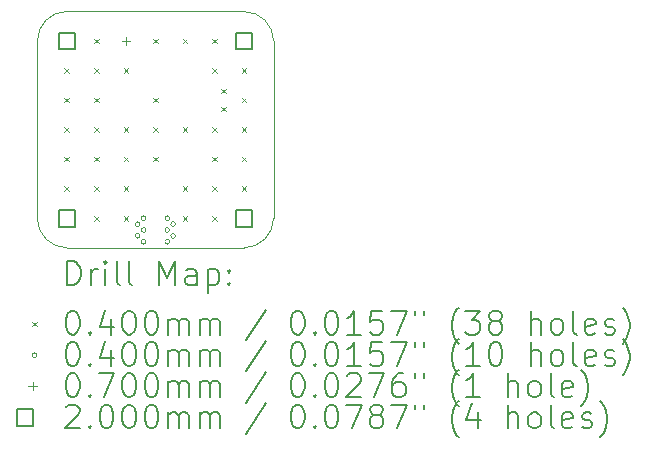
<source format=gbr>
%TF.GenerationSoftware,KiCad,Pcbnew,6.0.9+dfsg-1~bpo11+1*%
%TF.CreationDate,2022-11-28T20:30:39+01:00*%
%TF.ProjectId,018-crystal-oscillator,3031382d-6372-4797-9374-616c2d6f7363,1*%
%TF.SameCoordinates,Original*%
%TF.FileFunction,Drillmap*%
%TF.FilePolarity,Positive*%
%FSLAX45Y45*%
G04 Gerber Fmt 4.5, Leading zero omitted, Abs format (unit mm)*
G04 Created by KiCad (PCBNEW 6.0.9+dfsg-1~bpo11+1) date 2022-11-28 20:30:39*
%MOMM*%
%LPD*%
G01*
G04 APERTURE LIST*
%ADD10C,0.100000*%
%ADD11C,0.200000*%
%ADD12C,0.040000*%
%ADD13C,0.070000*%
G04 APERTURE END LIST*
D10*
X15250000Y-7500000D02*
G75*
G03*
X15000000Y-7750000I0J-250000D01*
G01*
X15250000Y-7500000D02*
X16750000Y-7500000D01*
X17000000Y-7750000D02*
G75*
G03*
X16750000Y-7500000I-250000J0D01*
G01*
X15000000Y-9250000D02*
X15000000Y-7750000D01*
X15000000Y-9250000D02*
G75*
G03*
X15250000Y-9500000I250000J0D01*
G01*
X17000000Y-7750000D02*
X17000000Y-9250000D01*
X16750000Y-9500000D02*
G75*
G03*
X17000000Y-9250000I0J250000D01*
G01*
X16750000Y-9500000D02*
X15250000Y-9500000D01*
D11*
D12*
X15230000Y-7980000D02*
X15270000Y-8020000D01*
X15270000Y-7980000D02*
X15230000Y-8020000D01*
X15230000Y-8230000D02*
X15270000Y-8270000D01*
X15270000Y-8230000D02*
X15230000Y-8270000D01*
X15230000Y-8480000D02*
X15270000Y-8520000D01*
X15270000Y-8480000D02*
X15230000Y-8520000D01*
X15230000Y-8730000D02*
X15270000Y-8770000D01*
X15270000Y-8730000D02*
X15230000Y-8770000D01*
X15230000Y-8980000D02*
X15270000Y-9020000D01*
X15270000Y-8980000D02*
X15230000Y-9020000D01*
X15480000Y-7730000D02*
X15520000Y-7770000D01*
X15520000Y-7730000D02*
X15480000Y-7770000D01*
X15480000Y-7980000D02*
X15520000Y-8020000D01*
X15520000Y-7980000D02*
X15480000Y-8020000D01*
X15480000Y-8230000D02*
X15520000Y-8270000D01*
X15520000Y-8230000D02*
X15480000Y-8270000D01*
X15480000Y-8480000D02*
X15520000Y-8520000D01*
X15520000Y-8480000D02*
X15480000Y-8520000D01*
X15480000Y-8730000D02*
X15520000Y-8770000D01*
X15520000Y-8730000D02*
X15480000Y-8770000D01*
X15480000Y-8980000D02*
X15520000Y-9020000D01*
X15520000Y-8980000D02*
X15480000Y-9020000D01*
X15480000Y-9230000D02*
X15520000Y-9270000D01*
X15520000Y-9230000D02*
X15480000Y-9270000D01*
X15730000Y-7980000D02*
X15770000Y-8020000D01*
X15770000Y-7980000D02*
X15730000Y-8020000D01*
X15730000Y-8480000D02*
X15770000Y-8520000D01*
X15770000Y-8480000D02*
X15730000Y-8520000D01*
X15730000Y-8730000D02*
X15770000Y-8770000D01*
X15770000Y-8730000D02*
X15730000Y-8770000D01*
X15730000Y-8980000D02*
X15770000Y-9020000D01*
X15770000Y-8980000D02*
X15730000Y-9020000D01*
X15730000Y-9230000D02*
X15770000Y-9270000D01*
X15770000Y-9230000D02*
X15730000Y-9270000D01*
X15980000Y-7730000D02*
X16020000Y-7770000D01*
X16020000Y-7730000D02*
X15980000Y-7770000D01*
X15980000Y-8230000D02*
X16020000Y-8270000D01*
X16020000Y-8230000D02*
X15980000Y-8270000D01*
X15980000Y-8480000D02*
X16020000Y-8520000D01*
X16020000Y-8480000D02*
X15980000Y-8520000D01*
X15980000Y-8730000D02*
X16020000Y-8770000D01*
X16020000Y-8730000D02*
X15980000Y-8770000D01*
X16230000Y-7730000D02*
X16270000Y-7770000D01*
X16270000Y-7730000D02*
X16230000Y-7770000D01*
X16230000Y-8480000D02*
X16270000Y-8520000D01*
X16270000Y-8480000D02*
X16230000Y-8520000D01*
X16230000Y-8980000D02*
X16270000Y-9020000D01*
X16270000Y-8980000D02*
X16230000Y-9020000D01*
X16230000Y-9230000D02*
X16270000Y-9270000D01*
X16270000Y-9230000D02*
X16230000Y-9270000D01*
X16480000Y-7730000D02*
X16520000Y-7770000D01*
X16520000Y-7730000D02*
X16480000Y-7770000D01*
X16480000Y-7980000D02*
X16520000Y-8020000D01*
X16520000Y-7980000D02*
X16480000Y-8020000D01*
X16480000Y-8480000D02*
X16520000Y-8520000D01*
X16520000Y-8480000D02*
X16480000Y-8520000D01*
X16480000Y-8730000D02*
X16520000Y-8770000D01*
X16520000Y-8730000D02*
X16480000Y-8770000D01*
X16480000Y-8980000D02*
X16520000Y-9020000D01*
X16520000Y-8980000D02*
X16480000Y-9020000D01*
X16480000Y-9230000D02*
X16520000Y-9270000D01*
X16520000Y-9230000D02*
X16480000Y-9270000D01*
X16558580Y-8153720D02*
X16598580Y-8193720D01*
X16598580Y-8153720D02*
X16558580Y-8193720D01*
X16558580Y-8306120D02*
X16598580Y-8346120D01*
X16598580Y-8306120D02*
X16558580Y-8346120D01*
X16730000Y-7980000D02*
X16770000Y-8020000D01*
X16770000Y-7980000D02*
X16730000Y-8020000D01*
X16730000Y-8230000D02*
X16770000Y-8270000D01*
X16770000Y-8230000D02*
X16730000Y-8270000D01*
X16730000Y-8480000D02*
X16770000Y-8520000D01*
X16770000Y-8480000D02*
X16730000Y-8520000D01*
X16730000Y-8730000D02*
X16770000Y-8770000D01*
X16770000Y-8730000D02*
X16730000Y-8770000D01*
X16730000Y-8980000D02*
X16770000Y-9020000D01*
X16770000Y-8980000D02*
X16730000Y-9020000D01*
X15870000Y-9300000D02*
G75*
G03*
X15870000Y-9300000I-20000J0D01*
G01*
X15870000Y-9400000D02*
G75*
G03*
X15870000Y-9400000I-20000J0D01*
G01*
X15920000Y-9250000D02*
G75*
G03*
X15920000Y-9250000I-20000J0D01*
G01*
X15920000Y-9350000D02*
G75*
G03*
X15920000Y-9350000I-20000J0D01*
G01*
X15920000Y-9450000D02*
G75*
G03*
X15920000Y-9450000I-20000J0D01*
G01*
X16120000Y-9250000D02*
G75*
G03*
X16120000Y-9250000I-20000J0D01*
G01*
X16120000Y-9350000D02*
G75*
G03*
X16120000Y-9350000I-20000J0D01*
G01*
X16120000Y-9450000D02*
G75*
G03*
X16120000Y-9450000I-20000J0D01*
G01*
X16170000Y-9300000D02*
G75*
G03*
X16170000Y-9300000I-20000J0D01*
G01*
X16170000Y-9400000D02*
G75*
G03*
X16170000Y-9400000I-20000J0D01*
G01*
D13*
X15750000Y-7715000D02*
X15750000Y-7785000D01*
X15715000Y-7750000D02*
X15785000Y-7750000D01*
D11*
X15320711Y-7820711D02*
X15320711Y-7679289D01*
X15179289Y-7679289D01*
X15179289Y-7820711D01*
X15320711Y-7820711D01*
X15320711Y-9320711D02*
X15320711Y-9179289D01*
X15179289Y-9179289D01*
X15179289Y-9320711D01*
X15320711Y-9320711D01*
X16820711Y-7820711D02*
X16820711Y-7679289D01*
X16679289Y-7679289D01*
X16679289Y-7820711D01*
X16820711Y-7820711D01*
X16820711Y-9320711D02*
X16820711Y-9179289D01*
X16679289Y-9179289D01*
X16679289Y-9320711D01*
X16820711Y-9320711D01*
X15252619Y-9815476D02*
X15252619Y-9615476D01*
X15300238Y-9615476D01*
X15328809Y-9625000D01*
X15347857Y-9644048D01*
X15357381Y-9663095D01*
X15366905Y-9701190D01*
X15366905Y-9729762D01*
X15357381Y-9767857D01*
X15347857Y-9786905D01*
X15328809Y-9805952D01*
X15300238Y-9815476D01*
X15252619Y-9815476D01*
X15452619Y-9815476D02*
X15452619Y-9682143D01*
X15452619Y-9720238D02*
X15462143Y-9701190D01*
X15471667Y-9691667D01*
X15490714Y-9682143D01*
X15509762Y-9682143D01*
X15576428Y-9815476D02*
X15576428Y-9682143D01*
X15576428Y-9615476D02*
X15566905Y-9625000D01*
X15576428Y-9634524D01*
X15585952Y-9625000D01*
X15576428Y-9615476D01*
X15576428Y-9634524D01*
X15700238Y-9815476D02*
X15681190Y-9805952D01*
X15671667Y-9786905D01*
X15671667Y-9615476D01*
X15805000Y-9815476D02*
X15785952Y-9805952D01*
X15776428Y-9786905D01*
X15776428Y-9615476D01*
X16033571Y-9815476D02*
X16033571Y-9615476D01*
X16100238Y-9758333D01*
X16166905Y-9615476D01*
X16166905Y-9815476D01*
X16347857Y-9815476D02*
X16347857Y-9710714D01*
X16338333Y-9691667D01*
X16319286Y-9682143D01*
X16281190Y-9682143D01*
X16262143Y-9691667D01*
X16347857Y-9805952D02*
X16328809Y-9815476D01*
X16281190Y-9815476D01*
X16262143Y-9805952D01*
X16252619Y-9786905D01*
X16252619Y-9767857D01*
X16262143Y-9748810D01*
X16281190Y-9739286D01*
X16328809Y-9739286D01*
X16347857Y-9729762D01*
X16443095Y-9682143D02*
X16443095Y-9882143D01*
X16443095Y-9691667D02*
X16462143Y-9682143D01*
X16500238Y-9682143D01*
X16519286Y-9691667D01*
X16528809Y-9701190D01*
X16538333Y-9720238D01*
X16538333Y-9777381D01*
X16528809Y-9796429D01*
X16519286Y-9805952D01*
X16500238Y-9815476D01*
X16462143Y-9815476D01*
X16443095Y-9805952D01*
X16624048Y-9796429D02*
X16633571Y-9805952D01*
X16624048Y-9815476D01*
X16614524Y-9805952D01*
X16624048Y-9796429D01*
X16624048Y-9815476D01*
X16624048Y-9691667D02*
X16633571Y-9701190D01*
X16624048Y-9710714D01*
X16614524Y-9701190D01*
X16624048Y-9691667D01*
X16624048Y-9710714D01*
D12*
X14955000Y-10125000D02*
X14995000Y-10165000D01*
X14995000Y-10125000D02*
X14955000Y-10165000D01*
D11*
X15290714Y-10035476D02*
X15309762Y-10035476D01*
X15328809Y-10045000D01*
X15338333Y-10054524D01*
X15347857Y-10073571D01*
X15357381Y-10111667D01*
X15357381Y-10159286D01*
X15347857Y-10197381D01*
X15338333Y-10216429D01*
X15328809Y-10225952D01*
X15309762Y-10235476D01*
X15290714Y-10235476D01*
X15271667Y-10225952D01*
X15262143Y-10216429D01*
X15252619Y-10197381D01*
X15243095Y-10159286D01*
X15243095Y-10111667D01*
X15252619Y-10073571D01*
X15262143Y-10054524D01*
X15271667Y-10045000D01*
X15290714Y-10035476D01*
X15443095Y-10216429D02*
X15452619Y-10225952D01*
X15443095Y-10235476D01*
X15433571Y-10225952D01*
X15443095Y-10216429D01*
X15443095Y-10235476D01*
X15624048Y-10102143D02*
X15624048Y-10235476D01*
X15576428Y-10025952D02*
X15528809Y-10168810D01*
X15652619Y-10168810D01*
X15766905Y-10035476D02*
X15785952Y-10035476D01*
X15805000Y-10045000D01*
X15814524Y-10054524D01*
X15824048Y-10073571D01*
X15833571Y-10111667D01*
X15833571Y-10159286D01*
X15824048Y-10197381D01*
X15814524Y-10216429D01*
X15805000Y-10225952D01*
X15785952Y-10235476D01*
X15766905Y-10235476D01*
X15747857Y-10225952D01*
X15738333Y-10216429D01*
X15728809Y-10197381D01*
X15719286Y-10159286D01*
X15719286Y-10111667D01*
X15728809Y-10073571D01*
X15738333Y-10054524D01*
X15747857Y-10045000D01*
X15766905Y-10035476D01*
X15957381Y-10035476D02*
X15976428Y-10035476D01*
X15995476Y-10045000D01*
X16005000Y-10054524D01*
X16014524Y-10073571D01*
X16024048Y-10111667D01*
X16024048Y-10159286D01*
X16014524Y-10197381D01*
X16005000Y-10216429D01*
X15995476Y-10225952D01*
X15976428Y-10235476D01*
X15957381Y-10235476D01*
X15938333Y-10225952D01*
X15928809Y-10216429D01*
X15919286Y-10197381D01*
X15909762Y-10159286D01*
X15909762Y-10111667D01*
X15919286Y-10073571D01*
X15928809Y-10054524D01*
X15938333Y-10045000D01*
X15957381Y-10035476D01*
X16109762Y-10235476D02*
X16109762Y-10102143D01*
X16109762Y-10121190D02*
X16119286Y-10111667D01*
X16138333Y-10102143D01*
X16166905Y-10102143D01*
X16185952Y-10111667D01*
X16195476Y-10130714D01*
X16195476Y-10235476D01*
X16195476Y-10130714D02*
X16205000Y-10111667D01*
X16224048Y-10102143D01*
X16252619Y-10102143D01*
X16271667Y-10111667D01*
X16281190Y-10130714D01*
X16281190Y-10235476D01*
X16376428Y-10235476D02*
X16376428Y-10102143D01*
X16376428Y-10121190D02*
X16385952Y-10111667D01*
X16405000Y-10102143D01*
X16433571Y-10102143D01*
X16452619Y-10111667D01*
X16462143Y-10130714D01*
X16462143Y-10235476D01*
X16462143Y-10130714D02*
X16471667Y-10111667D01*
X16490714Y-10102143D01*
X16519286Y-10102143D01*
X16538333Y-10111667D01*
X16547857Y-10130714D01*
X16547857Y-10235476D01*
X16938333Y-10025952D02*
X16766905Y-10283095D01*
X17195476Y-10035476D02*
X17214524Y-10035476D01*
X17233571Y-10045000D01*
X17243095Y-10054524D01*
X17252619Y-10073571D01*
X17262143Y-10111667D01*
X17262143Y-10159286D01*
X17252619Y-10197381D01*
X17243095Y-10216429D01*
X17233571Y-10225952D01*
X17214524Y-10235476D01*
X17195476Y-10235476D01*
X17176429Y-10225952D01*
X17166905Y-10216429D01*
X17157381Y-10197381D01*
X17147857Y-10159286D01*
X17147857Y-10111667D01*
X17157381Y-10073571D01*
X17166905Y-10054524D01*
X17176429Y-10045000D01*
X17195476Y-10035476D01*
X17347857Y-10216429D02*
X17357381Y-10225952D01*
X17347857Y-10235476D01*
X17338333Y-10225952D01*
X17347857Y-10216429D01*
X17347857Y-10235476D01*
X17481190Y-10035476D02*
X17500238Y-10035476D01*
X17519286Y-10045000D01*
X17528810Y-10054524D01*
X17538333Y-10073571D01*
X17547857Y-10111667D01*
X17547857Y-10159286D01*
X17538333Y-10197381D01*
X17528810Y-10216429D01*
X17519286Y-10225952D01*
X17500238Y-10235476D01*
X17481190Y-10235476D01*
X17462143Y-10225952D01*
X17452619Y-10216429D01*
X17443095Y-10197381D01*
X17433571Y-10159286D01*
X17433571Y-10111667D01*
X17443095Y-10073571D01*
X17452619Y-10054524D01*
X17462143Y-10045000D01*
X17481190Y-10035476D01*
X17738333Y-10235476D02*
X17624048Y-10235476D01*
X17681190Y-10235476D02*
X17681190Y-10035476D01*
X17662143Y-10064048D01*
X17643095Y-10083095D01*
X17624048Y-10092619D01*
X17919286Y-10035476D02*
X17824048Y-10035476D01*
X17814524Y-10130714D01*
X17824048Y-10121190D01*
X17843095Y-10111667D01*
X17890714Y-10111667D01*
X17909762Y-10121190D01*
X17919286Y-10130714D01*
X17928810Y-10149762D01*
X17928810Y-10197381D01*
X17919286Y-10216429D01*
X17909762Y-10225952D01*
X17890714Y-10235476D01*
X17843095Y-10235476D01*
X17824048Y-10225952D01*
X17814524Y-10216429D01*
X17995476Y-10035476D02*
X18128810Y-10035476D01*
X18043095Y-10235476D01*
X18195476Y-10035476D02*
X18195476Y-10073571D01*
X18271667Y-10035476D02*
X18271667Y-10073571D01*
X18566905Y-10311667D02*
X18557381Y-10302143D01*
X18538333Y-10273571D01*
X18528810Y-10254524D01*
X18519286Y-10225952D01*
X18509762Y-10178333D01*
X18509762Y-10140238D01*
X18519286Y-10092619D01*
X18528810Y-10064048D01*
X18538333Y-10045000D01*
X18557381Y-10016429D01*
X18566905Y-10006905D01*
X18624048Y-10035476D02*
X18747857Y-10035476D01*
X18681190Y-10111667D01*
X18709762Y-10111667D01*
X18728810Y-10121190D01*
X18738333Y-10130714D01*
X18747857Y-10149762D01*
X18747857Y-10197381D01*
X18738333Y-10216429D01*
X18728810Y-10225952D01*
X18709762Y-10235476D01*
X18652619Y-10235476D01*
X18633571Y-10225952D01*
X18624048Y-10216429D01*
X18862143Y-10121190D02*
X18843095Y-10111667D01*
X18833571Y-10102143D01*
X18824048Y-10083095D01*
X18824048Y-10073571D01*
X18833571Y-10054524D01*
X18843095Y-10045000D01*
X18862143Y-10035476D01*
X18900238Y-10035476D01*
X18919286Y-10045000D01*
X18928810Y-10054524D01*
X18938333Y-10073571D01*
X18938333Y-10083095D01*
X18928810Y-10102143D01*
X18919286Y-10111667D01*
X18900238Y-10121190D01*
X18862143Y-10121190D01*
X18843095Y-10130714D01*
X18833571Y-10140238D01*
X18824048Y-10159286D01*
X18824048Y-10197381D01*
X18833571Y-10216429D01*
X18843095Y-10225952D01*
X18862143Y-10235476D01*
X18900238Y-10235476D01*
X18919286Y-10225952D01*
X18928810Y-10216429D01*
X18938333Y-10197381D01*
X18938333Y-10159286D01*
X18928810Y-10140238D01*
X18919286Y-10130714D01*
X18900238Y-10121190D01*
X19176429Y-10235476D02*
X19176429Y-10035476D01*
X19262143Y-10235476D02*
X19262143Y-10130714D01*
X19252619Y-10111667D01*
X19233571Y-10102143D01*
X19205000Y-10102143D01*
X19185952Y-10111667D01*
X19176429Y-10121190D01*
X19385952Y-10235476D02*
X19366905Y-10225952D01*
X19357381Y-10216429D01*
X19347857Y-10197381D01*
X19347857Y-10140238D01*
X19357381Y-10121190D01*
X19366905Y-10111667D01*
X19385952Y-10102143D01*
X19414524Y-10102143D01*
X19433571Y-10111667D01*
X19443095Y-10121190D01*
X19452619Y-10140238D01*
X19452619Y-10197381D01*
X19443095Y-10216429D01*
X19433571Y-10225952D01*
X19414524Y-10235476D01*
X19385952Y-10235476D01*
X19566905Y-10235476D02*
X19547857Y-10225952D01*
X19538333Y-10206905D01*
X19538333Y-10035476D01*
X19719286Y-10225952D02*
X19700238Y-10235476D01*
X19662143Y-10235476D01*
X19643095Y-10225952D01*
X19633571Y-10206905D01*
X19633571Y-10130714D01*
X19643095Y-10111667D01*
X19662143Y-10102143D01*
X19700238Y-10102143D01*
X19719286Y-10111667D01*
X19728810Y-10130714D01*
X19728810Y-10149762D01*
X19633571Y-10168810D01*
X19805000Y-10225952D02*
X19824048Y-10235476D01*
X19862143Y-10235476D01*
X19881190Y-10225952D01*
X19890714Y-10206905D01*
X19890714Y-10197381D01*
X19881190Y-10178333D01*
X19862143Y-10168810D01*
X19833571Y-10168810D01*
X19814524Y-10159286D01*
X19805000Y-10140238D01*
X19805000Y-10130714D01*
X19814524Y-10111667D01*
X19833571Y-10102143D01*
X19862143Y-10102143D01*
X19881190Y-10111667D01*
X19957381Y-10311667D02*
X19966905Y-10302143D01*
X19985952Y-10273571D01*
X19995476Y-10254524D01*
X20005000Y-10225952D01*
X20014524Y-10178333D01*
X20014524Y-10140238D01*
X20005000Y-10092619D01*
X19995476Y-10064048D01*
X19985952Y-10045000D01*
X19966905Y-10016429D01*
X19957381Y-10006905D01*
D12*
X14995000Y-10409000D02*
G75*
G03*
X14995000Y-10409000I-20000J0D01*
G01*
D11*
X15290714Y-10299476D02*
X15309762Y-10299476D01*
X15328809Y-10309000D01*
X15338333Y-10318524D01*
X15347857Y-10337571D01*
X15357381Y-10375667D01*
X15357381Y-10423286D01*
X15347857Y-10461381D01*
X15338333Y-10480429D01*
X15328809Y-10489952D01*
X15309762Y-10499476D01*
X15290714Y-10499476D01*
X15271667Y-10489952D01*
X15262143Y-10480429D01*
X15252619Y-10461381D01*
X15243095Y-10423286D01*
X15243095Y-10375667D01*
X15252619Y-10337571D01*
X15262143Y-10318524D01*
X15271667Y-10309000D01*
X15290714Y-10299476D01*
X15443095Y-10480429D02*
X15452619Y-10489952D01*
X15443095Y-10499476D01*
X15433571Y-10489952D01*
X15443095Y-10480429D01*
X15443095Y-10499476D01*
X15624048Y-10366143D02*
X15624048Y-10499476D01*
X15576428Y-10289952D02*
X15528809Y-10432810D01*
X15652619Y-10432810D01*
X15766905Y-10299476D02*
X15785952Y-10299476D01*
X15805000Y-10309000D01*
X15814524Y-10318524D01*
X15824048Y-10337571D01*
X15833571Y-10375667D01*
X15833571Y-10423286D01*
X15824048Y-10461381D01*
X15814524Y-10480429D01*
X15805000Y-10489952D01*
X15785952Y-10499476D01*
X15766905Y-10499476D01*
X15747857Y-10489952D01*
X15738333Y-10480429D01*
X15728809Y-10461381D01*
X15719286Y-10423286D01*
X15719286Y-10375667D01*
X15728809Y-10337571D01*
X15738333Y-10318524D01*
X15747857Y-10309000D01*
X15766905Y-10299476D01*
X15957381Y-10299476D02*
X15976428Y-10299476D01*
X15995476Y-10309000D01*
X16005000Y-10318524D01*
X16014524Y-10337571D01*
X16024048Y-10375667D01*
X16024048Y-10423286D01*
X16014524Y-10461381D01*
X16005000Y-10480429D01*
X15995476Y-10489952D01*
X15976428Y-10499476D01*
X15957381Y-10499476D01*
X15938333Y-10489952D01*
X15928809Y-10480429D01*
X15919286Y-10461381D01*
X15909762Y-10423286D01*
X15909762Y-10375667D01*
X15919286Y-10337571D01*
X15928809Y-10318524D01*
X15938333Y-10309000D01*
X15957381Y-10299476D01*
X16109762Y-10499476D02*
X16109762Y-10366143D01*
X16109762Y-10385190D02*
X16119286Y-10375667D01*
X16138333Y-10366143D01*
X16166905Y-10366143D01*
X16185952Y-10375667D01*
X16195476Y-10394714D01*
X16195476Y-10499476D01*
X16195476Y-10394714D02*
X16205000Y-10375667D01*
X16224048Y-10366143D01*
X16252619Y-10366143D01*
X16271667Y-10375667D01*
X16281190Y-10394714D01*
X16281190Y-10499476D01*
X16376428Y-10499476D02*
X16376428Y-10366143D01*
X16376428Y-10385190D02*
X16385952Y-10375667D01*
X16405000Y-10366143D01*
X16433571Y-10366143D01*
X16452619Y-10375667D01*
X16462143Y-10394714D01*
X16462143Y-10499476D01*
X16462143Y-10394714D02*
X16471667Y-10375667D01*
X16490714Y-10366143D01*
X16519286Y-10366143D01*
X16538333Y-10375667D01*
X16547857Y-10394714D01*
X16547857Y-10499476D01*
X16938333Y-10289952D02*
X16766905Y-10547095D01*
X17195476Y-10299476D02*
X17214524Y-10299476D01*
X17233571Y-10309000D01*
X17243095Y-10318524D01*
X17252619Y-10337571D01*
X17262143Y-10375667D01*
X17262143Y-10423286D01*
X17252619Y-10461381D01*
X17243095Y-10480429D01*
X17233571Y-10489952D01*
X17214524Y-10499476D01*
X17195476Y-10499476D01*
X17176429Y-10489952D01*
X17166905Y-10480429D01*
X17157381Y-10461381D01*
X17147857Y-10423286D01*
X17147857Y-10375667D01*
X17157381Y-10337571D01*
X17166905Y-10318524D01*
X17176429Y-10309000D01*
X17195476Y-10299476D01*
X17347857Y-10480429D02*
X17357381Y-10489952D01*
X17347857Y-10499476D01*
X17338333Y-10489952D01*
X17347857Y-10480429D01*
X17347857Y-10499476D01*
X17481190Y-10299476D02*
X17500238Y-10299476D01*
X17519286Y-10309000D01*
X17528810Y-10318524D01*
X17538333Y-10337571D01*
X17547857Y-10375667D01*
X17547857Y-10423286D01*
X17538333Y-10461381D01*
X17528810Y-10480429D01*
X17519286Y-10489952D01*
X17500238Y-10499476D01*
X17481190Y-10499476D01*
X17462143Y-10489952D01*
X17452619Y-10480429D01*
X17443095Y-10461381D01*
X17433571Y-10423286D01*
X17433571Y-10375667D01*
X17443095Y-10337571D01*
X17452619Y-10318524D01*
X17462143Y-10309000D01*
X17481190Y-10299476D01*
X17738333Y-10499476D02*
X17624048Y-10499476D01*
X17681190Y-10499476D02*
X17681190Y-10299476D01*
X17662143Y-10328048D01*
X17643095Y-10347095D01*
X17624048Y-10356619D01*
X17919286Y-10299476D02*
X17824048Y-10299476D01*
X17814524Y-10394714D01*
X17824048Y-10385190D01*
X17843095Y-10375667D01*
X17890714Y-10375667D01*
X17909762Y-10385190D01*
X17919286Y-10394714D01*
X17928810Y-10413762D01*
X17928810Y-10461381D01*
X17919286Y-10480429D01*
X17909762Y-10489952D01*
X17890714Y-10499476D01*
X17843095Y-10499476D01*
X17824048Y-10489952D01*
X17814524Y-10480429D01*
X17995476Y-10299476D02*
X18128810Y-10299476D01*
X18043095Y-10499476D01*
X18195476Y-10299476D02*
X18195476Y-10337571D01*
X18271667Y-10299476D02*
X18271667Y-10337571D01*
X18566905Y-10575667D02*
X18557381Y-10566143D01*
X18538333Y-10537571D01*
X18528810Y-10518524D01*
X18519286Y-10489952D01*
X18509762Y-10442333D01*
X18509762Y-10404238D01*
X18519286Y-10356619D01*
X18528810Y-10328048D01*
X18538333Y-10309000D01*
X18557381Y-10280429D01*
X18566905Y-10270905D01*
X18747857Y-10499476D02*
X18633571Y-10499476D01*
X18690714Y-10499476D02*
X18690714Y-10299476D01*
X18671667Y-10328048D01*
X18652619Y-10347095D01*
X18633571Y-10356619D01*
X18871667Y-10299476D02*
X18890714Y-10299476D01*
X18909762Y-10309000D01*
X18919286Y-10318524D01*
X18928810Y-10337571D01*
X18938333Y-10375667D01*
X18938333Y-10423286D01*
X18928810Y-10461381D01*
X18919286Y-10480429D01*
X18909762Y-10489952D01*
X18890714Y-10499476D01*
X18871667Y-10499476D01*
X18852619Y-10489952D01*
X18843095Y-10480429D01*
X18833571Y-10461381D01*
X18824048Y-10423286D01*
X18824048Y-10375667D01*
X18833571Y-10337571D01*
X18843095Y-10318524D01*
X18852619Y-10309000D01*
X18871667Y-10299476D01*
X19176429Y-10499476D02*
X19176429Y-10299476D01*
X19262143Y-10499476D02*
X19262143Y-10394714D01*
X19252619Y-10375667D01*
X19233571Y-10366143D01*
X19205000Y-10366143D01*
X19185952Y-10375667D01*
X19176429Y-10385190D01*
X19385952Y-10499476D02*
X19366905Y-10489952D01*
X19357381Y-10480429D01*
X19347857Y-10461381D01*
X19347857Y-10404238D01*
X19357381Y-10385190D01*
X19366905Y-10375667D01*
X19385952Y-10366143D01*
X19414524Y-10366143D01*
X19433571Y-10375667D01*
X19443095Y-10385190D01*
X19452619Y-10404238D01*
X19452619Y-10461381D01*
X19443095Y-10480429D01*
X19433571Y-10489952D01*
X19414524Y-10499476D01*
X19385952Y-10499476D01*
X19566905Y-10499476D02*
X19547857Y-10489952D01*
X19538333Y-10470905D01*
X19538333Y-10299476D01*
X19719286Y-10489952D02*
X19700238Y-10499476D01*
X19662143Y-10499476D01*
X19643095Y-10489952D01*
X19633571Y-10470905D01*
X19633571Y-10394714D01*
X19643095Y-10375667D01*
X19662143Y-10366143D01*
X19700238Y-10366143D01*
X19719286Y-10375667D01*
X19728810Y-10394714D01*
X19728810Y-10413762D01*
X19633571Y-10432810D01*
X19805000Y-10489952D02*
X19824048Y-10499476D01*
X19862143Y-10499476D01*
X19881190Y-10489952D01*
X19890714Y-10470905D01*
X19890714Y-10461381D01*
X19881190Y-10442333D01*
X19862143Y-10432810D01*
X19833571Y-10432810D01*
X19814524Y-10423286D01*
X19805000Y-10404238D01*
X19805000Y-10394714D01*
X19814524Y-10375667D01*
X19833571Y-10366143D01*
X19862143Y-10366143D01*
X19881190Y-10375667D01*
X19957381Y-10575667D02*
X19966905Y-10566143D01*
X19985952Y-10537571D01*
X19995476Y-10518524D01*
X20005000Y-10489952D01*
X20014524Y-10442333D01*
X20014524Y-10404238D01*
X20005000Y-10356619D01*
X19995476Y-10328048D01*
X19985952Y-10309000D01*
X19966905Y-10280429D01*
X19957381Y-10270905D01*
D13*
X14960000Y-10638000D02*
X14960000Y-10708000D01*
X14925000Y-10673000D02*
X14995000Y-10673000D01*
D11*
X15290714Y-10563476D02*
X15309762Y-10563476D01*
X15328809Y-10573000D01*
X15338333Y-10582524D01*
X15347857Y-10601571D01*
X15357381Y-10639667D01*
X15357381Y-10687286D01*
X15347857Y-10725381D01*
X15338333Y-10744429D01*
X15328809Y-10753952D01*
X15309762Y-10763476D01*
X15290714Y-10763476D01*
X15271667Y-10753952D01*
X15262143Y-10744429D01*
X15252619Y-10725381D01*
X15243095Y-10687286D01*
X15243095Y-10639667D01*
X15252619Y-10601571D01*
X15262143Y-10582524D01*
X15271667Y-10573000D01*
X15290714Y-10563476D01*
X15443095Y-10744429D02*
X15452619Y-10753952D01*
X15443095Y-10763476D01*
X15433571Y-10753952D01*
X15443095Y-10744429D01*
X15443095Y-10763476D01*
X15519286Y-10563476D02*
X15652619Y-10563476D01*
X15566905Y-10763476D01*
X15766905Y-10563476D02*
X15785952Y-10563476D01*
X15805000Y-10573000D01*
X15814524Y-10582524D01*
X15824048Y-10601571D01*
X15833571Y-10639667D01*
X15833571Y-10687286D01*
X15824048Y-10725381D01*
X15814524Y-10744429D01*
X15805000Y-10753952D01*
X15785952Y-10763476D01*
X15766905Y-10763476D01*
X15747857Y-10753952D01*
X15738333Y-10744429D01*
X15728809Y-10725381D01*
X15719286Y-10687286D01*
X15719286Y-10639667D01*
X15728809Y-10601571D01*
X15738333Y-10582524D01*
X15747857Y-10573000D01*
X15766905Y-10563476D01*
X15957381Y-10563476D02*
X15976428Y-10563476D01*
X15995476Y-10573000D01*
X16005000Y-10582524D01*
X16014524Y-10601571D01*
X16024048Y-10639667D01*
X16024048Y-10687286D01*
X16014524Y-10725381D01*
X16005000Y-10744429D01*
X15995476Y-10753952D01*
X15976428Y-10763476D01*
X15957381Y-10763476D01*
X15938333Y-10753952D01*
X15928809Y-10744429D01*
X15919286Y-10725381D01*
X15909762Y-10687286D01*
X15909762Y-10639667D01*
X15919286Y-10601571D01*
X15928809Y-10582524D01*
X15938333Y-10573000D01*
X15957381Y-10563476D01*
X16109762Y-10763476D02*
X16109762Y-10630143D01*
X16109762Y-10649190D02*
X16119286Y-10639667D01*
X16138333Y-10630143D01*
X16166905Y-10630143D01*
X16185952Y-10639667D01*
X16195476Y-10658714D01*
X16195476Y-10763476D01*
X16195476Y-10658714D02*
X16205000Y-10639667D01*
X16224048Y-10630143D01*
X16252619Y-10630143D01*
X16271667Y-10639667D01*
X16281190Y-10658714D01*
X16281190Y-10763476D01*
X16376428Y-10763476D02*
X16376428Y-10630143D01*
X16376428Y-10649190D02*
X16385952Y-10639667D01*
X16405000Y-10630143D01*
X16433571Y-10630143D01*
X16452619Y-10639667D01*
X16462143Y-10658714D01*
X16462143Y-10763476D01*
X16462143Y-10658714D02*
X16471667Y-10639667D01*
X16490714Y-10630143D01*
X16519286Y-10630143D01*
X16538333Y-10639667D01*
X16547857Y-10658714D01*
X16547857Y-10763476D01*
X16938333Y-10553952D02*
X16766905Y-10811095D01*
X17195476Y-10563476D02*
X17214524Y-10563476D01*
X17233571Y-10573000D01*
X17243095Y-10582524D01*
X17252619Y-10601571D01*
X17262143Y-10639667D01*
X17262143Y-10687286D01*
X17252619Y-10725381D01*
X17243095Y-10744429D01*
X17233571Y-10753952D01*
X17214524Y-10763476D01*
X17195476Y-10763476D01*
X17176429Y-10753952D01*
X17166905Y-10744429D01*
X17157381Y-10725381D01*
X17147857Y-10687286D01*
X17147857Y-10639667D01*
X17157381Y-10601571D01*
X17166905Y-10582524D01*
X17176429Y-10573000D01*
X17195476Y-10563476D01*
X17347857Y-10744429D02*
X17357381Y-10753952D01*
X17347857Y-10763476D01*
X17338333Y-10753952D01*
X17347857Y-10744429D01*
X17347857Y-10763476D01*
X17481190Y-10563476D02*
X17500238Y-10563476D01*
X17519286Y-10573000D01*
X17528810Y-10582524D01*
X17538333Y-10601571D01*
X17547857Y-10639667D01*
X17547857Y-10687286D01*
X17538333Y-10725381D01*
X17528810Y-10744429D01*
X17519286Y-10753952D01*
X17500238Y-10763476D01*
X17481190Y-10763476D01*
X17462143Y-10753952D01*
X17452619Y-10744429D01*
X17443095Y-10725381D01*
X17433571Y-10687286D01*
X17433571Y-10639667D01*
X17443095Y-10601571D01*
X17452619Y-10582524D01*
X17462143Y-10573000D01*
X17481190Y-10563476D01*
X17624048Y-10582524D02*
X17633571Y-10573000D01*
X17652619Y-10563476D01*
X17700238Y-10563476D01*
X17719286Y-10573000D01*
X17728810Y-10582524D01*
X17738333Y-10601571D01*
X17738333Y-10620619D01*
X17728810Y-10649190D01*
X17614524Y-10763476D01*
X17738333Y-10763476D01*
X17805000Y-10563476D02*
X17938333Y-10563476D01*
X17852619Y-10763476D01*
X18100238Y-10563476D02*
X18062143Y-10563476D01*
X18043095Y-10573000D01*
X18033571Y-10582524D01*
X18014524Y-10611095D01*
X18005000Y-10649190D01*
X18005000Y-10725381D01*
X18014524Y-10744429D01*
X18024048Y-10753952D01*
X18043095Y-10763476D01*
X18081190Y-10763476D01*
X18100238Y-10753952D01*
X18109762Y-10744429D01*
X18119286Y-10725381D01*
X18119286Y-10677762D01*
X18109762Y-10658714D01*
X18100238Y-10649190D01*
X18081190Y-10639667D01*
X18043095Y-10639667D01*
X18024048Y-10649190D01*
X18014524Y-10658714D01*
X18005000Y-10677762D01*
X18195476Y-10563476D02*
X18195476Y-10601571D01*
X18271667Y-10563476D02*
X18271667Y-10601571D01*
X18566905Y-10839667D02*
X18557381Y-10830143D01*
X18538333Y-10801571D01*
X18528810Y-10782524D01*
X18519286Y-10753952D01*
X18509762Y-10706333D01*
X18509762Y-10668238D01*
X18519286Y-10620619D01*
X18528810Y-10592048D01*
X18538333Y-10573000D01*
X18557381Y-10544429D01*
X18566905Y-10534905D01*
X18747857Y-10763476D02*
X18633571Y-10763476D01*
X18690714Y-10763476D02*
X18690714Y-10563476D01*
X18671667Y-10592048D01*
X18652619Y-10611095D01*
X18633571Y-10620619D01*
X18985952Y-10763476D02*
X18985952Y-10563476D01*
X19071667Y-10763476D02*
X19071667Y-10658714D01*
X19062143Y-10639667D01*
X19043095Y-10630143D01*
X19014524Y-10630143D01*
X18995476Y-10639667D01*
X18985952Y-10649190D01*
X19195476Y-10763476D02*
X19176429Y-10753952D01*
X19166905Y-10744429D01*
X19157381Y-10725381D01*
X19157381Y-10668238D01*
X19166905Y-10649190D01*
X19176429Y-10639667D01*
X19195476Y-10630143D01*
X19224048Y-10630143D01*
X19243095Y-10639667D01*
X19252619Y-10649190D01*
X19262143Y-10668238D01*
X19262143Y-10725381D01*
X19252619Y-10744429D01*
X19243095Y-10753952D01*
X19224048Y-10763476D01*
X19195476Y-10763476D01*
X19376429Y-10763476D02*
X19357381Y-10753952D01*
X19347857Y-10734905D01*
X19347857Y-10563476D01*
X19528810Y-10753952D02*
X19509762Y-10763476D01*
X19471667Y-10763476D01*
X19452619Y-10753952D01*
X19443095Y-10734905D01*
X19443095Y-10658714D01*
X19452619Y-10639667D01*
X19471667Y-10630143D01*
X19509762Y-10630143D01*
X19528810Y-10639667D01*
X19538333Y-10658714D01*
X19538333Y-10677762D01*
X19443095Y-10696810D01*
X19605000Y-10839667D02*
X19614524Y-10830143D01*
X19633571Y-10801571D01*
X19643095Y-10782524D01*
X19652619Y-10753952D01*
X19662143Y-10706333D01*
X19662143Y-10668238D01*
X19652619Y-10620619D01*
X19643095Y-10592048D01*
X19633571Y-10573000D01*
X19614524Y-10544429D01*
X19605000Y-10534905D01*
X14965711Y-11007711D02*
X14965711Y-10866289D01*
X14824289Y-10866289D01*
X14824289Y-11007711D01*
X14965711Y-11007711D01*
X15243095Y-10846524D02*
X15252619Y-10837000D01*
X15271667Y-10827476D01*
X15319286Y-10827476D01*
X15338333Y-10837000D01*
X15347857Y-10846524D01*
X15357381Y-10865571D01*
X15357381Y-10884619D01*
X15347857Y-10913190D01*
X15233571Y-11027476D01*
X15357381Y-11027476D01*
X15443095Y-11008429D02*
X15452619Y-11017952D01*
X15443095Y-11027476D01*
X15433571Y-11017952D01*
X15443095Y-11008429D01*
X15443095Y-11027476D01*
X15576428Y-10827476D02*
X15595476Y-10827476D01*
X15614524Y-10837000D01*
X15624048Y-10846524D01*
X15633571Y-10865571D01*
X15643095Y-10903667D01*
X15643095Y-10951286D01*
X15633571Y-10989381D01*
X15624048Y-11008429D01*
X15614524Y-11017952D01*
X15595476Y-11027476D01*
X15576428Y-11027476D01*
X15557381Y-11017952D01*
X15547857Y-11008429D01*
X15538333Y-10989381D01*
X15528809Y-10951286D01*
X15528809Y-10903667D01*
X15538333Y-10865571D01*
X15547857Y-10846524D01*
X15557381Y-10837000D01*
X15576428Y-10827476D01*
X15766905Y-10827476D02*
X15785952Y-10827476D01*
X15805000Y-10837000D01*
X15814524Y-10846524D01*
X15824048Y-10865571D01*
X15833571Y-10903667D01*
X15833571Y-10951286D01*
X15824048Y-10989381D01*
X15814524Y-11008429D01*
X15805000Y-11017952D01*
X15785952Y-11027476D01*
X15766905Y-11027476D01*
X15747857Y-11017952D01*
X15738333Y-11008429D01*
X15728809Y-10989381D01*
X15719286Y-10951286D01*
X15719286Y-10903667D01*
X15728809Y-10865571D01*
X15738333Y-10846524D01*
X15747857Y-10837000D01*
X15766905Y-10827476D01*
X15957381Y-10827476D02*
X15976428Y-10827476D01*
X15995476Y-10837000D01*
X16005000Y-10846524D01*
X16014524Y-10865571D01*
X16024048Y-10903667D01*
X16024048Y-10951286D01*
X16014524Y-10989381D01*
X16005000Y-11008429D01*
X15995476Y-11017952D01*
X15976428Y-11027476D01*
X15957381Y-11027476D01*
X15938333Y-11017952D01*
X15928809Y-11008429D01*
X15919286Y-10989381D01*
X15909762Y-10951286D01*
X15909762Y-10903667D01*
X15919286Y-10865571D01*
X15928809Y-10846524D01*
X15938333Y-10837000D01*
X15957381Y-10827476D01*
X16109762Y-11027476D02*
X16109762Y-10894143D01*
X16109762Y-10913190D02*
X16119286Y-10903667D01*
X16138333Y-10894143D01*
X16166905Y-10894143D01*
X16185952Y-10903667D01*
X16195476Y-10922714D01*
X16195476Y-11027476D01*
X16195476Y-10922714D02*
X16205000Y-10903667D01*
X16224048Y-10894143D01*
X16252619Y-10894143D01*
X16271667Y-10903667D01*
X16281190Y-10922714D01*
X16281190Y-11027476D01*
X16376428Y-11027476D02*
X16376428Y-10894143D01*
X16376428Y-10913190D02*
X16385952Y-10903667D01*
X16405000Y-10894143D01*
X16433571Y-10894143D01*
X16452619Y-10903667D01*
X16462143Y-10922714D01*
X16462143Y-11027476D01*
X16462143Y-10922714D02*
X16471667Y-10903667D01*
X16490714Y-10894143D01*
X16519286Y-10894143D01*
X16538333Y-10903667D01*
X16547857Y-10922714D01*
X16547857Y-11027476D01*
X16938333Y-10817952D02*
X16766905Y-11075095D01*
X17195476Y-10827476D02*
X17214524Y-10827476D01*
X17233571Y-10837000D01*
X17243095Y-10846524D01*
X17252619Y-10865571D01*
X17262143Y-10903667D01*
X17262143Y-10951286D01*
X17252619Y-10989381D01*
X17243095Y-11008429D01*
X17233571Y-11017952D01*
X17214524Y-11027476D01*
X17195476Y-11027476D01*
X17176429Y-11017952D01*
X17166905Y-11008429D01*
X17157381Y-10989381D01*
X17147857Y-10951286D01*
X17147857Y-10903667D01*
X17157381Y-10865571D01*
X17166905Y-10846524D01*
X17176429Y-10837000D01*
X17195476Y-10827476D01*
X17347857Y-11008429D02*
X17357381Y-11017952D01*
X17347857Y-11027476D01*
X17338333Y-11017952D01*
X17347857Y-11008429D01*
X17347857Y-11027476D01*
X17481190Y-10827476D02*
X17500238Y-10827476D01*
X17519286Y-10837000D01*
X17528810Y-10846524D01*
X17538333Y-10865571D01*
X17547857Y-10903667D01*
X17547857Y-10951286D01*
X17538333Y-10989381D01*
X17528810Y-11008429D01*
X17519286Y-11017952D01*
X17500238Y-11027476D01*
X17481190Y-11027476D01*
X17462143Y-11017952D01*
X17452619Y-11008429D01*
X17443095Y-10989381D01*
X17433571Y-10951286D01*
X17433571Y-10903667D01*
X17443095Y-10865571D01*
X17452619Y-10846524D01*
X17462143Y-10837000D01*
X17481190Y-10827476D01*
X17614524Y-10827476D02*
X17747857Y-10827476D01*
X17662143Y-11027476D01*
X17852619Y-10913190D02*
X17833571Y-10903667D01*
X17824048Y-10894143D01*
X17814524Y-10875095D01*
X17814524Y-10865571D01*
X17824048Y-10846524D01*
X17833571Y-10837000D01*
X17852619Y-10827476D01*
X17890714Y-10827476D01*
X17909762Y-10837000D01*
X17919286Y-10846524D01*
X17928810Y-10865571D01*
X17928810Y-10875095D01*
X17919286Y-10894143D01*
X17909762Y-10903667D01*
X17890714Y-10913190D01*
X17852619Y-10913190D01*
X17833571Y-10922714D01*
X17824048Y-10932238D01*
X17814524Y-10951286D01*
X17814524Y-10989381D01*
X17824048Y-11008429D01*
X17833571Y-11017952D01*
X17852619Y-11027476D01*
X17890714Y-11027476D01*
X17909762Y-11017952D01*
X17919286Y-11008429D01*
X17928810Y-10989381D01*
X17928810Y-10951286D01*
X17919286Y-10932238D01*
X17909762Y-10922714D01*
X17890714Y-10913190D01*
X17995476Y-10827476D02*
X18128810Y-10827476D01*
X18043095Y-11027476D01*
X18195476Y-10827476D02*
X18195476Y-10865571D01*
X18271667Y-10827476D02*
X18271667Y-10865571D01*
X18566905Y-11103667D02*
X18557381Y-11094143D01*
X18538333Y-11065571D01*
X18528810Y-11046524D01*
X18519286Y-11017952D01*
X18509762Y-10970333D01*
X18509762Y-10932238D01*
X18519286Y-10884619D01*
X18528810Y-10856048D01*
X18538333Y-10837000D01*
X18557381Y-10808429D01*
X18566905Y-10798905D01*
X18728810Y-10894143D02*
X18728810Y-11027476D01*
X18681190Y-10817952D02*
X18633571Y-10960810D01*
X18757381Y-10960810D01*
X18985952Y-11027476D02*
X18985952Y-10827476D01*
X19071667Y-11027476D02*
X19071667Y-10922714D01*
X19062143Y-10903667D01*
X19043095Y-10894143D01*
X19014524Y-10894143D01*
X18995476Y-10903667D01*
X18985952Y-10913190D01*
X19195476Y-11027476D02*
X19176429Y-11017952D01*
X19166905Y-11008429D01*
X19157381Y-10989381D01*
X19157381Y-10932238D01*
X19166905Y-10913190D01*
X19176429Y-10903667D01*
X19195476Y-10894143D01*
X19224048Y-10894143D01*
X19243095Y-10903667D01*
X19252619Y-10913190D01*
X19262143Y-10932238D01*
X19262143Y-10989381D01*
X19252619Y-11008429D01*
X19243095Y-11017952D01*
X19224048Y-11027476D01*
X19195476Y-11027476D01*
X19376429Y-11027476D02*
X19357381Y-11017952D01*
X19347857Y-10998905D01*
X19347857Y-10827476D01*
X19528810Y-11017952D02*
X19509762Y-11027476D01*
X19471667Y-11027476D01*
X19452619Y-11017952D01*
X19443095Y-10998905D01*
X19443095Y-10922714D01*
X19452619Y-10903667D01*
X19471667Y-10894143D01*
X19509762Y-10894143D01*
X19528810Y-10903667D01*
X19538333Y-10922714D01*
X19538333Y-10941762D01*
X19443095Y-10960810D01*
X19614524Y-11017952D02*
X19633571Y-11027476D01*
X19671667Y-11027476D01*
X19690714Y-11017952D01*
X19700238Y-10998905D01*
X19700238Y-10989381D01*
X19690714Y-10970333D01*
X19671667Y-10960810D01*
X19643095Y-10960810D01*
X19624048Y-10951286D01*
X19614524Y-10932238D01*
X19614524Y-10922714D01*
X19624048Y-10903667D01*
X19643095Y-10894143D01*
X19671667Y-10894143D01*
X19690714Y-10903667D01*
X19766905Y-11103667D02*
X19776429Y-11094143D01*
X19795476Y-11065571D01*
X19805000Y-11046524D01*
X19814524Y-11017952D01*
X19824048Y-10970333D01*
X19824048Y-10932238D01*
X19814524Y-10884619D01*
X19805000Y-10856048D01*
X19795476Y-10837000D01*
X19776429Y-10808429D01*
X19766905Y-10798905D01*
M02*

</source>
